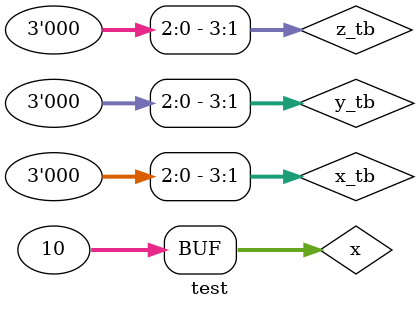
<source format=v>
`timescale 1ns/1ps
module test ();
	reg [3:0] x_tb,y_tb,z_tb;
	wire [4:0] s_top_tb;
	wire c_top_tb;
	
top t0(
	.x(x_tb),
	.y(y_tb),
	.z(z_tb),
	.s_top(s_top_tb),
	.c_top(c_top_tb)
	);
integer x=0;

initial begin

 for(x=0;x<10;x=x+1)begin
	x_tb = $random;
	y_tb = $random;
	z_tb = $random;
	#5;
 end

 /*	x_tb = 'd1;
	y_tb = 'd2;
	z_tb = 'd3;
	*/
end
endmodule
	
</source>
